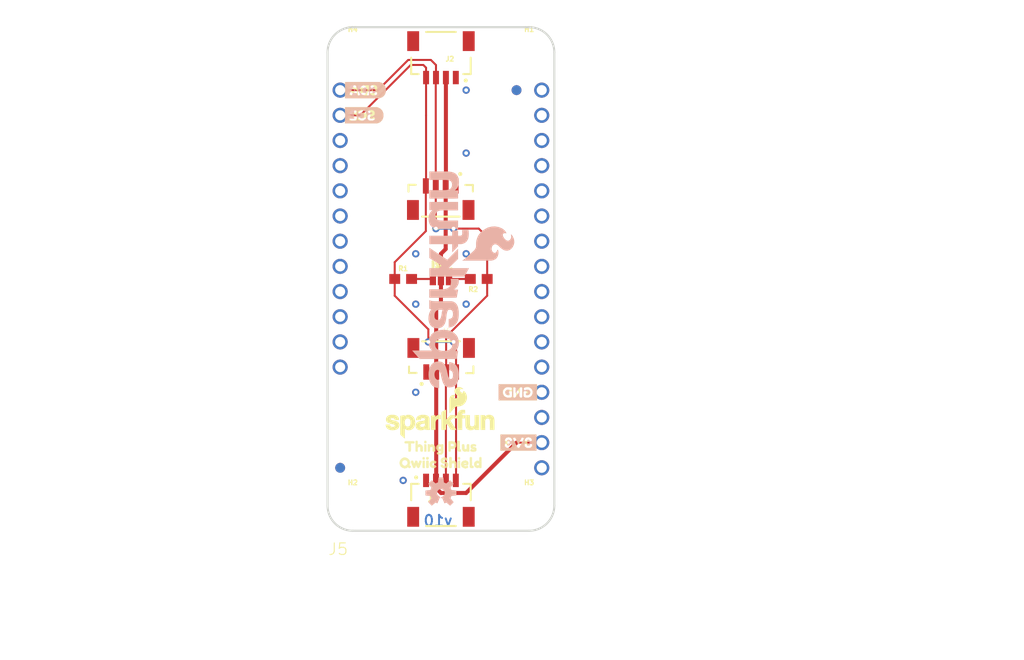
<source format=kicad_pcb>
(kicad_pcb (version 20211014) (generator pcbnew)
  (layers (0 "F.Cu" signal) (31 "B.Cu" signal) (34 "B.Paste" user) (35 "F.Paste" user) (36 "B.SilkS" user "B.Silkscreen") (37 "F.SilkS" user "F.Silkscreen") (38 "B.Mask" user) (39 "F.Mask" user) (44 "Edge.Cuts" user))
  (net 0 "")
  (net 1 "GND")
  (net 2 "3.3V")
  (net 3 "SDA")
  (net 4 "SCL")
  (net 5 "N$3")
  (net 6 "N$4")
  (footprint "boardEagle:0603" (layer "F.Cu") (at 144.6911 105.0036)
    (fp_text reference "R1" (at 0 -0.762) (layer "F.SilkS") (effects (font (size 0.48768 0.48768) (thickness 0.12192)) (justify bottom)))
    (fp_text value "4.7k")
    (pad "1" smd rect (at -0.85 0) (size 1.1 1) (layers "F.Cu" "F.Paste" "F.Mask") (net 4 "SCL"))
    (pad "2" smd rect (at 0.85 0) (size 1.1 1) (layers "F.Cu" "F.Paste" "F.Mask") (net 6 "N$4"))
  )
  (footprint "boardEagle:CREATIVE_COMMONS" (layer "F.Cu") (at 124.3711 143.1036)
    (fp_text reference "FRAME1" hide)
    (fp_text value "FRAME-LETTER" hide)
  )
  (footprint "boardEagle:JST04_1MM_RA" (layer "F.Cu") (at 148.5011 125.3236)
    (fp_text reference "J1" (at -1.397 2.159) (layer "F.SilkS") (effects (font (size 0.48768 0.48768) (thickness 0.12192)) (justify left bottom)))
    (fp_text value "QWIIC_RIGHT_ANGLE")
    (pad "1" smd rect (at -1.5 0) (size 0.6 1.35) (layers "F.Cu" "F.Paste" "F.Mask") (net 1 "GND"))
    (pad "2" smd rect (at -0.5 0) (size 0.6 1.35) (layers "F.Cu" "F.Paste" "F.Mask") (net 2 "3.3V"))
    (pad "3" smd rect (at 0.5 0) (size 0.6 1.35) (layers "F.Cu" "F.Paste" "F.Mask") (net 3 "SDA"))
    (pad "4" smd rect (at 1.5 0) (size 0.6 1.35) (layers "F.Cu" "F.Paste" "F.Mask") (net 4 "SCL"))
    (pad "NC1" smd rect (at 2.8 3.675) (size 1.2 2) (layers "F.Cu" "F.Paste" "F.Mask"))
    (pad "NC2" smd rect (at -2.8 3.675) (size 1.2 2) (layers "F.Cu" "F.Paste" "F.Mask"))
  )
  (footprint "boardEagle:STAND-OFF" (layer "F.Cu") (at 157.3911 82.1436)
    (fp_text reference "H1" (at 0 -2.032) (layer "F.SilkS") (effects (font (size 0.48768 0.48768) (thickness 0.12192)) (justify bottom)))
    (fp_text value "STAND-OFF")
    (pad "" np_thru_hole circle (at 0 0) (size 3.302 3.302) (drill 3.302) (layers *.Cu *.Mask))
  )
  (footprint "boardEagle:THING_PLUS" (layer "F.Cu") (at 148.5011 105.0036)
    (fp_text reference "J5" (at -11.43 27.94) (layer "F.SilkS") (effects (font (size 1.1684 1.1684) (thickness 0.1016)) (justify left bottom)))
    (fp_text value "THING_PLUS")
    (pad "1" thru_hole circle (at -10.16 -19.05) (size 1.524 1.524) (drill 1.016) (layers *.Cu *.Mask) (net 3 "SDA"))
    (pad "2" thru_hole circle (at -10.16 -16.51) (size 1.524 1.524) (drill 1.016) (layers *.Cu *.Mask) (net 4 "SCL"))
    (pad "3" thru_hole circle (at -10.16 -13.97) (size 1.524 1.524) (drill 1.016) (layers *.Cu *.Mask))
    (pad "4" thru_hole circle (at -10.16 -11.43) (size 1.524 1.524) (drill 1.016) (layers *.Cu *.Mask))
    (pad "5" thru_hole circle (at -10.16 -8.89) (size 1.524 1.524) (drill 1.016) (layers *.Cu *.Mask))
    (pad "6" thru_hole circle (at -10.16 -6.35) (size 1.524 1.524) (drill 1.016) (layers *.Cu *.Mask))
    (pad "7" thru_hole circle (at -10.16 -3.81) (size 1.524 1.524) (drill 1.016) (layers *.Cu *.Mask))
    (pad "8" thru_hole circle (at -10.16 -1.27) (size 1.524 1.524) (drill 1.016) (layers *.Cu *.Mask))
    (pad "9" thru_hole circle (at -10.16 1.27) (size 1.524 1.524) (drill 1.016) (layers *.Cu *.Mask))
    (pad "10" thru_hole circle (at -10.16 3.81) (size 1.524 1.524) (drill 1.016) (layers *.Cu *.Mask))
    (pad "11" thru_hole circle (at -10.16 6.35) (size 1.524 1.524) (drill 1.016) (layers *.Cu *.Mask))
    (pad "12" thru_hole circle (at -10.16 8.89) (size 1.524 1.524) (drill 1.016) (layers *.Cu *.Mask))
    (pad "13" thru_hole circle (at 10.16 -19.05) (size 1.524 1.524) (drill 1.016) (layers *.Cu *.Mask))
    (pad "14" thru_hole circle (at 10.16 -16.51) (size 1.524 1.524) (drill 1.016) (layers *.Cu *.Mask))
    (pad "15" thru_hole circle (at 10.16 -13.97) (size 1.524 1.524) (drill 1.016) (layers *.Cu *.Mask))
    (pad "16" thru_hole circle (at 10.16 -11.43) (size 1.524 1.524) (drill 1.016) (layers *.Cu *.Mask))
    (pad "17" thru_hole circle (at 10.16 -8.89) (size 1.524 1.524) (drill 1.016) (layers *.Cu *.Mask))
    (pad "18" thru_hole circle (at 10.16 -6.35) (size 1.524 1.524) (drill 1.016) (layers *.Cu *.Mask))
    (pad "19" thru_hole circle (at 10.16 -3.81) (size 1.524 1.524) (drill 1.016) (layers *.Cu *.Mask))
    (pad "20" thru_hole circle (at 10.16 -1.27) (size 1.524 1.524) (drill 1.016) (layers *.Cu *.Mask))
    (pad "21" thru_hole circle (at 10.16 1.27) (size 1.524 1.524) (drill 1.016) (layers *.Cu *.Mask))
    (pad "22" thru_hole circle (at 10.16 3.81) (size 1.524 1.524) (drill 1.016) (layers *.Cu *.Mask))
    (pad "23" thru_hole circle (at 10.16 6.35) (size 1.524 1.524) (drill 1.016) (layers *.Cu *.Mask))
    (pad "24" thru_hole circle (at 10.16 8.89) (size 1.524 1.524) (drill 1.016) (layers *.Cu *.Mask))
    (pad "25" thru_hole circle (at 10.16 11.43) (size 1.524 1.524) (drill 1.016) (layers *.Cu *.Mask) (net 1 "GND"))
    (pad "26" thru_hole circle (at 10.16 13.97) (size 1.524 1.524) (drill 1.016) (layers *.Cu *.Mask))
    (pad "27" thru_hole circle (at 10.16 16.51) (size 1.524 1.524) (drill 1.016) (layers *.Cu *.Mask) (net 2 "3.3V"))
    (pad "28" thru_hole circle (at 10.16 19.05) (size 1.524 1.524) (drill 1.016) (layers *.Cu *.Mask))
  )
  (footprint "boardEagle:I2C5" (layer "F.Cu") (at 146.5961 103.6066)
    (fp_text reference "U$8" hide)
    (fp_text value "" hide)
  )
  (footprint "boardEagle:SFE_LOGO_NAME_FLAME_.1" (layer "F.Cu") (at 148.5011 119.6086)
    (fp_text reference "LOGO1" hide)
    (fp_text value "SFE_LOGO_NAME_FLAME.1_INCH" hide)
  )
  (footprint "boardEagle:FIDUCIAL-1X2" (layer "F.Cu") (at 156.1211 85.9536)
    (fp_text reference "FD3" hide)
    (fp_text value "FIDUCIAL1X2" hide)
    (pad "1" smd roundrect (at 0 0) (size 1 1) (layers "F.Cu" "F.Mask") (roundrect_rratio 0.5))
  )
  (footprint "boardEagle:FIDUCIAL-1X2" (layer "F.Cu") (at 138.3411 124.0536)
    (fp_text reference "FD1" hide)
    (fp_text value "FIDUCIAL1X2" hide)
    (pad "1" smd roundrect (at 0 0) (size 1 1) (layers "F.Cu" "F.Mask") (roundrect_rratio 0.5))
  )
  (footprint "boardEagle:JST04_1MM_VERT" (layer "F.Cu") (at 148.5011 94.8436 180)
    (fp_text reference "J3" (at 0.016 -4.566331 180) (layer "F.SilkS") (effects (font (size 0.560832 0.560832) (thickness 0.048768)) (justify right top)))
    (fp_text value "Vertical Qwiic Connector")
    (pad "1" smd rect (at -1.478 -0.775 180) (size 0.6 1.55) (layers "F.Cu" "F.Paste" "F.Mask") (net 1 "GND"))
    (pad "2" smd rect (at -0.478 -0.775 180) (size 0.6 1.55) (layers "F.Cu" "F.Paste" "F.Mask") (net 2 "3.3V"))
    (pad "3" smd rect (at 0.522 -0.775 180) (size 0.6 1.55) (layers "F.Cu" "F.Paste" "F.Mask") (net 3 "SDA"))
    (pad "4" smd rect (at 1.522 -0.775 180) (size 0.6 1.55) (layers "F.Cu" "F.Paste" "F.Mask") (net 4 "SCL"))
    (pad "NC1" smd rect (at -2.778 -3.2 180) (size 1.2 2) (layers "F.Cu" "F.Paste" "F.Mask"))
    (pad "NC2" smd rect (at 2.822 -3.2 180) (size 1.2 2) (layers "F.Cu" "F.Paste" "F.Mask"))
  )
  (footprint "boardEagle:JST04_1MM_RA" (layer "F.Cu") (at 148.5011 84.6836 180)
    (fp_text reference "J2" (at -1.397 2.159 180) (layer "F.SilkS") (effects (font (size 0.48768 0.48768) (thickness 0.12192)) (justify right top)))
    (fp_text value "QWIIC_RIGHT_ANGLE")
    (pad "1" smd rect (at -1.5 0 180) (size 0.6 1.35) (layers "F.Cu" "F.Paste" "F.Mask") (net 1 "GND"))
    (pad "2" smd rect (at -0.5 0 180) (size 0.6 1.35) (layers "F.Cu" "F.Paste" "F.Mask") (net 2 "3.3V"))
    (pad "3" smd rect (at 0.5 0 180) (size 0.6 1.35) (layers "F.Cu" "F.Paste" "F.Mask") (net 3 "SDA"))
    (pad "4" smd rect (at 1.5 0 180) (size 0.6 1.35) (layers "F.Cu" "F.Paste" "F.Mask") (net 4 "SCL"))
    (pad "NC1" smd rect (at 2.8 3.675 180) (size 1.2 2) (layers "F.Cu" "F.Paste" "F.Mask"))
    (pad "NC2" smd rect (at -2.8 3.675 180) (size 1.2 2) (layers "F.Cu" "F.Paste" "F.Mask"))
  )
  (footprint "boardEagle:GND0" (layer "F.Cu") (at 153.8351 116.4336)
    (fp_text reference "U$6" hide)
    (fp_text value "" hide)
  )
  (footprint "boardEagle:JST04_1MM_VERT" (layer "F.Cu") (at 148.5011 115.1636)
    (fp_text reference "J4" (at 0.016 -4.566331) (layer "F.SilkS") (effects (font (size 0.560832 0.560832) (thickness 0.048768)) (justify left bottom)))
    (fp_text value "Vertical Qwiic Connector")
    (pad "1" smd rect (at -1.478 -0.775) (size 0.6 1.55) (layers "F.Cu" "F.Paste" "F.Mask") (net 1 "GND"))
    (pad "2" smd rect (at -0.478 -0.775) (size 0.6 1.55) (layers "F.Cu" "F.Paste" "F.Mask") (net 2 "3.3V"))
    (pad "3" smd rect (at 0.522 -0.775) (size 0.6 1.55) (layers "F.Cu" "F.Paste" "F.Mask") (net 3 "SDA"))
    (pad "4" smd rect (at 1.522 -0.775) (size 0.6 1.55) (layers "F.Cu" "F.Paste" "F.Mask") (net 4 "SCL"))
    (pad "NC1" smd rect (at -2.778 -3.2) (size 1.2 2) (layers "F.Cu" "F.Paste" "F.Mask"))
    (pad "NC2" smd rect (at 2.822 -3.2) (size 1.2 2) (layers "F.Cu" "F.Paste" "F.Mask"))
  )
  (footprint "boardEagle:THING_PLUS0" (layer "F.Cu") (at 143.9291 121.8946)
    (fp_text reference "U$1" hide)
    (fp_text value "" hide)
  )
  (footprint "boardEagle:SMT-JUMPER_3_NO_NO-SILK" (layer "F.Cu") (at 148.5011 105.0036)
    (fp_text reference "I2C0" (at 0 -1.143) (layer "F.SilkS") (effects (font (size 0.48768 0.48768) (thickness 0.12192)) (justify bottom)))
    (fp_text value "JUMPER-SMT_3_NO_NO-SILK")
    (pad "1" smd rect (at -0.8128 0) (size 0.635 1.27) (layers "F.Cu" "F.Mask") (net 6 "N$4"))
    (pad "2" smd rect (at 0 0) (size 0.635 1.27) (layers "F.Cu" "F.Mask") (net 2 "3.3V"))
    (pad "3" smd rect (at 0.8128 0) (size 0.635 1.27) (layers "F.Cu" "F.Mask") (net 5 "N$3"))
  )
  (footprint "boardEagle:STAND-OFF" (layer "F.Cu") (at 157.3911 127.8636)
    (fp_text reference "H3" (at 0 -2.032) (layer "F.SilkS") (effects (font (size 0.48768 0.48768) (thickness 0.12192)) (justify bottom)))
    (fp_text value "STAND-OFF")
    (pad "" np_thru_hole circle (at 0 0) (size 3.302 3.302) (drill 3.302) (layers *.Cu *.Mask))
  )
  (footprint "boardEagle:STAND-OFF" (layer "F.Cu") (at 139.6111 127.8636)
    (fp_text reference "H2" (at 0 -2.032) (layer "F.SilkS") (effects (font (size 0.48768 0.48768) (thickness 0.12192)) (justify bottom)))
    (fp_text value "STAND-OFF")
    (pad "" np_thru_hole circle (at 0 0) (size 3.302 3.302) (drill 3.302) (layers *.Cu *.Mask))
  )
  (footprint "boardEagle:SDA0" (layer "F.Cu") (at 138.3411 85.9536)
    (fp_text reference "U$11" hide)
    (fp_text value "" hide)
  )
  (footprint "boardEagle:3V36" (layer "F.Cu") (at 153.9621 121.5136)
    (fp_text reference "U$4" hide)
    (fp_text value "" hide)
  )
  (footprint "boardEagle:STAND-OFF" (layer "F.Cu") (at 139.6111 82.1436)
    (fp_text reference "H4" (at 0 -2.032) (layer "F.SilkS") (effects (font (size 0.48768 0.48768) (thickness 0.12192)) (justify bottom)))
    (fp_text value "STAND-OFF")
    (pad "" np_thru_hole circle (at 0 0) (size 3.302 3.302) (drill 3.302) (layers *.Cu *.Mask))
  )
  (footprint "boardEagle:3V36" (layer "F.Cu") (at 137.0711 130.4036)
    (fp_text reference "U$3" hide)
    (fp_text value "" hide)
  )
  (footprint "boardEagle:0603" (layer "F.Cu") (at 152.3111 105.0036 180)
    (fp_text reference "R2" (at 0 -0.762 180) (layer "F.SilkS") (effects (font (size 0.48768 0.48768) (thickness 0.12192)) (justify right top)))
    (fp_text value "4.7k")
    (pad "1" smd rect (at -0.85 0 180) (size 1.1 1) (layers "F.Cu" "F.Paste" "F.Mask") (net 3 "SDA"))
    (pad "2" smd rect (at 0.85 0 180) (size 1.1 1) (layers "F.Cu" "F.Paste" "F.Mask") (net 5 "N$3"))
  )
  (footprint "boardEagle:SCL1" (layer "F.Cu") (at 138.3411 88.4936)
    (fp_text reference "U$9" hide)
    (fp_text value "" hide)
  )
  (footprint "boardEagle:_QWIIC_SHIELD1" (layer "F.Cu") (at 143.0401 123.5456)
    (fp_text reference "U$2" hide)
    (fp_text value "" hide)
  )
  (footprint "boardEagle:SFE_LOGO_NAME_FLAME_.2" (layer "B.Cu") (at 148.5011 105.0036 90)
    (fp_text reference "LOGO2" hide)
    (fp_text value "SFE_LOGO_NAME_FLAME.2_INCH" hide)
  )
  (footprint "boardEagle:GND0" (layer "B.Cu") (at 158.6611 116.4336 180)
    (fp_text reference "U$7" hide)
    (fp_text value "" hide)
  )
  (footprint "boardEagle:OSHW-LOGO-S" (layer "B.Cu") (at 148.5011 126.5936 180)
    (fp_text reference "LOGO3" hide)
    (fp_text value "OSHW-LOGOS" hide)
  )
  (footprint "boardEagle:3V36" (layer "B.Cu") (at 158.6611 121.5136 180)
    (fp_text reference "U$5" hide)
    (fp_text value "" hide)
  )
  (footprint "boardEagle:SDA2" (layer "B.Cu") (at 143.0401 85.9536 180)
    (fp_text reference "U$12" hide)
    (fp_text value "" hide)
  )
  (footprint "boardEagle:SCL3" (layer "B.Cu") (at 142.7861 88.4936 180)
    (fp_text reference "U$10" hide)
    (fp_text value "" hide)
  )
  (footprint "boardEagle:FIDUCIAL-1X2" (layer "B.Cu") (at 138.3411 124.0536 180)
    (fp_text reference "FD2" hide)
    (fp_text value "FIDUCIAL1X2" hide)
    (pad "1" smd roundrect (at 0 0 180) (size 1 1) (layers "B.Cu" "B.Mask") (roundrect_rratio 0.5))
  )
  (footprint "boardEagle:FIDUCIAL-1X2" (layer "B.Cu") (at 156.1211 85.9536 180)
    (fp_text reference "FD4" hide)
    (fp_text value "FIDUCIAL1X2" hide)
    (pad "1" smd roundrect (at 0 0 180) (size 1 1) (layers "B.Cu" "B.Mask") (roundrect_rratio 0.5))
  )
  (gr_line (start 159.9311 82.1436) (end 159.9311 127.8636) (layer "Edge.Cuts") (width 0.2032))
  (gr_line (start 137.0711 127.8636) (end 137.0711 82.1436) (layer "Edge.Cuts") (width 0.2032))
  (gr_line (start 157.3911 130.4036) (end 139.6111 130.4036) (layer "Edge.Cuts") (width 0.2032))
  (gr_line (start 139.6111 79.6036) (end 157.3911 79.6036) (layer "Edge.Cuts") (width 0.2032))
  (gr_arc (start 159.9311 127.8636) (mid 159.187151 129.659651) (end 157.3911 130.4036) (layer "Edge.Cuts") (width 0.2032))
  (gr_arc (start 157.3911 79.6036) (mid 159.187151 80.347549) (end 159.9311 82.1436) (layer "Edge.Cuts") (width 0.2032))
  (gr_arc (start 139.6111 130.4036) (mid 137.815049 129.659651) (end 137.0711 127.8636) (layer "Edge.Cuts") (width 0.2032))
  (gr_arc (start 137.0711 82.1436) (mid 137.815049 80.347549) (end 139.6111 79.6036) (layer "Edge.Cuts") (width 0.2032))
  (gr_text "v10" (at 149.7711 130.0226) (layer "B.Cu") (effects (font (size 1.0795 1.0795) (thickness 0.1905)) (justify left bottom mirror)))
  (via (at 151.0411 107.5436) (size 0.7366) (drill 0.381) (layers "F.Cu" "B.Cu") (net 1))
  (via (at 151.0411 85.9536) (size 0.7366) (drill 0.381) (layers "F.Cu" "B.Cu") (net 1))
  (via (at 145.9611 116.4336) (size 0.7366) (drill 0.381) (layers "F.Cu" "B.Cu") (net 1))
  (via (at 145.9611 107.5436) (size 0.7366) (drill 0.381) (layers "F.Cu" "B.Cu") (net 1))
  (via (at 144.6911 125.3236) (size 0.7366) (drill 0.381) (layers "F.Cu" "B.Cu") (net 1))
  (via (at 151.0411 92.3036) (size 0.7366) (drill 0.381) (layers "F.Cu" "B.Cu") (net 1))
  (via (at 145.9611 102.4636) (size 0.7366) (drill 0.381) (layers "F.Cu" "B.Cu") (net 1))
  (via (at 151.0411 102.4636) (size 0.7366) (drill 0.381) (layers "F.Cu" "B.Cu") (net 1))
  (segment (start 148.9791 101.9856) (end 148.5011 102.4636) (width 0.4064) (layer "F.Cu") (net 2))
  (segment (start 148.0011 126.0936) (end 148.0011 125.3236) (width 0.2032) (layer "F.Cu") (net 2))
  (segment (start 148.0231 125.3016) (end 148.0011 125.3236) (width 0.2032) (layer "F.Cu") (net 2))
  (segment (start 158.6611 121.5136) (end 156.1211 121.5136) (width 0.2032) (layer "F.Cu") (net 2))
  (segment (start 148.0231 108.0216) (end 148.0231 114.3886) (width 0.4064) (layer "F.Cu") (net 2))
  (segment (start 151.0411 126.5936) (end 148.5011 126.5936) (width 0.4064) (layer "F.Cu") (net 2))
  (segment (start 148.5011 107.5436) (end 148.0231 108.0216) (width 0.4064) (layer "F.Cu") (net 2))
  (segment (start 148.5011 126.5936) (end 148.0011 126.0936) (width 0.4064) (layer "F.Cu") (net 2))
  (segment (start 148.0231 114.3886) (end 148.0231 125.3016) (width 0.4064) (layer "F.Cu") (net 2))
  (segment (start 156.1211 121.5136) (end 151.0411 126.5936) (width 0.4064) (layer "F.Cu") (net 2))
  (segment (start 148.5011 102.4636) (end 148.5011 105.0036) (width 0.4064) (layer "F.Cu") (net 2))
  (segment (start 148.9791 95.6186) (end 148.9791 94.8436) (width 0.2032) (layer "F.Cu") (net 2))
  (segment (start 148.9791 94.8436) (end 148.9791 101.9856) (width 0.4064) (layer "F.Cu") (net 2))
  (segment (start 149.0011 94.8216) (end 148.9791 94.8436) (width 0.2032) (layer "F.Cu") (net 2))
  (segment (start 149.0011 84.6836) (end 149.0011 94.8216) (width 0.4064) (layer "F.Cu") (net 2))
  (segment (start 148.5011 105.0036) (end 148.5011 107.5436) (width 0.4064) (layer "F.Cu") (net 2))
  (segment (start 142.1511 85.9536) (end 145.1991 82.9056) (width 0.2032) (layer "F.Cu") (net 3))
  (segment (start 147.9791 95.6186) (end 147.9791 99.9096) (width 0.2032) (layer "F.Cu") (net 3))
  (segment (start 147.9791 84.7056) (end 148.0011 84.6836) (width 0.2032) (layer "F.Cu") (net 3))
  (segment (start 149.0011 125.3236) (end 149.0011 114.4106) (width 0.2032) (layer "F.Cu") (net 3))
  (segment (start 148.0011 83.4216) (end 148.0011 84.6836) (width 0.2032) (layer "F.Cu") (net 3))
  (segment (start 149.0011 114.4106) (end 149.0231 114.3886) (width 0.2032) (layer "F.Cu") (net 3))
  (segment (start 147.4851 82.9056) (end 148.0011 83.4216) (width 0.2032) (layer "F.Cu") (net 3))
  (segment (start 153.1611 105.0036) (end 153.1611 106.6936) (width 0.2032) (layer "F.Cu") (net 3))
  (segment (start 147.9791 99.9096) (end 147.9931 99.9236) (width 0.2032) (layer "F.Cu") (net 3))
  (segment (start 152.3111 99.9236) (end 153.1611 100.7736) (width 0.2032) (layer "F.Cu") (net 3))
  (segment (start 149.0231 110.8316) (end 149.0231 114.3886) (width 0.2032) (layer "F.Cu") (net 3))
  (segment (start 147.9791 95.6186) (end 147.9791 84.7056) (width 0.2032) (layer "F.Cu") (net 3))
  (segment (start 145.1991 82.9056) (end 147.4851 82.9056) (width 0.2032) (layer "F.Cu") (net 3))
  (segment (start 153.1611 100.7736) (end 153.1611 105.0036) (width 0.2032) (layer "F.Cu") (net 3))
  (segment (start 149.7711 99.9236) (end 152.3111 99.9236) (width 0.2032) (layer "F.Cu") (net 3))
  (segment (start 153.1611 106.6936) (end 149.0231 110.8316) (width 0.2032) (layer "F.Cu") (net 3))
  (segment (start 138.3411 85.9536) (end 142.1511 85.9536) (width 0.2032) (layer "F.Cu") (net 3))
  (via (at 149.7711 99.9236) (size 0.7366) (drill 0.381) (layers "F.Cu" "B.Cu") (net 3))
  (via (at 147.9931 99.9236) (size 0.7366) (drill 0.381) (layers "F.Cu" "B.Cu") (net 3))
  (segment (start 147.9931 99.9236) (end 149.7711 99.9236) (width 0.2032) (layer "B.Cu") (net 3))
  (segment (start 146.7231 83.4136) (end 147.0011 83.6916) (width 0.2032) (layer "F.Cu") (net 4))
  (segment (start 143.8411 105.0036) (end 143.8411 106.6936) (width 0.2032) (layer "F.Cu") (net 4))
  (segment (start 146.9791 95.6186) (end 146.9791 100.1756) (width 0.2032) (layer "F.Cu") (net 4))
  (segment (start 147.0011 84.6836) (end 147.0011 88.4936) (width 0.2032) (layer "F.Cu") (net 4))
  (segment (start 150.0231 114.3886) (end 150.0231 111.6056) (width 0.2032) (layer "F.Cu") (net 4))
  (segment (start 147.0011 88.4936) (end 147.0011 95.5966) (width 0.2032) (layer "F.Cu") (net 4))
  (segment (start 143.8411 106.6936) (end 147.2311 110.0836) (width 0.2032) (layer "F.Cu") (net 4))
  (segment (start 150.0231 114.3886) (end 150.0231 125.3016) (width 0.2032) (layer "F.Cu") (net 4))
  (segment (start 147.2311 110.0836) (end 147.2311 111.3536) (width 0.2032) (layer "F.Cu") (net 4))
  (segment (start 147.0011 83.6916) (end 147.0011 84.6836) (width 0.2032) (layer "F.Cu") (net 4))
  (segment (start 140.3731 88.4936) (end 145.4531 83.4136) (width 0.2032) (layer "F.Cu") (net 4))
  (segment (start 147.0011 95.5966) (end 146.9791 95.6186) (width 0.2032) (layer "F.Cu") (net 4))
  (segment (start 150.0231 125.3016) (end 150.0011 125.3236) (width 0.2032) (layer "F.Cu") (net 4))
  (segment (start 150.0231 111.6056) (end 149.7711 111.3536) (width 0.2032) (layer "F.Cu") (net 4))
  (segment (start 138.3411 88.4936) (end 140.3731 88.4936) (width 0.2032) (layer "F.Cu") (net 4))
  (segment (start 145.4531 83.4136) (end 146.7231 83.4136) (width 0.2032) (layer "F.Cu") (net 4))
  (segment (start 146.9791 100.1756) (end 143.8411 103.3136) (width 0.2032) (layer "F.Cu") (net 4))
  (segment (start 143.8411 103.3136) (end 143.8411 105.0036) (width 0.2032) (layer "F.Cu") (net 4))
  (via (at 149.7711 111.3536) (size 0.7366) (drill 0.381) (layers "F.Cu" "B.Cu") (net 4))
  (via (at 147.2311 111.3536) (size 0.7366) (drill 0.381) (layers "F.Cu" "B.Cu") (net 4))
  (segment (start 147.2311 111.3536) (end 149.7711 111.3536) (width 0.2032) (layer "B.Cu") (net 4))
  (segment (start 149.3139 105.0036) (end 151.4611 105.0036) (width 0.2032) (layer "F.Cu") (net 5))
  (segment (start 147.6883 105.0036) (end 145.5411 105.0036) (width 0.2032) (layer "F.Cu") (net 6))
)
</source>
